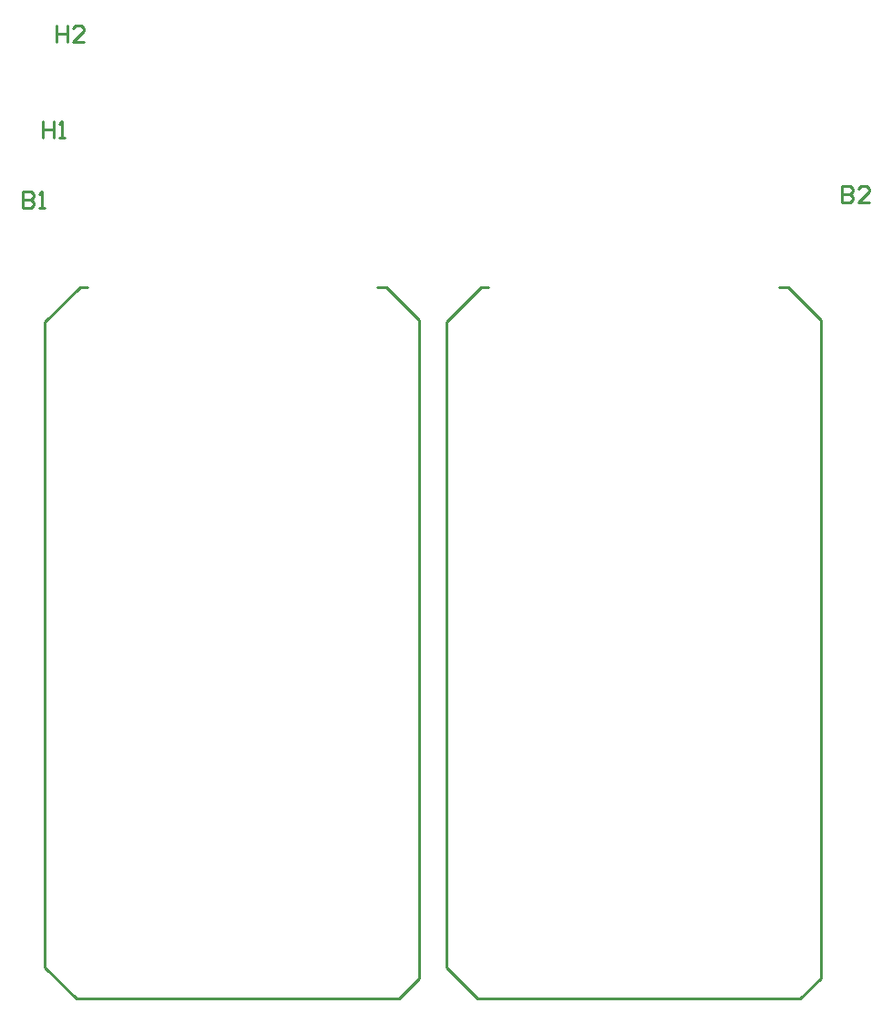
<source format=gto>
%FSLAX44Y44*%
%MOMM*%
G71*
G01*
G75*
%ADD10R,5.0000X1.5000*%
%ADD11R,3.0000X5.0000*%
%ADD12C,0.2540*%
%ADD13C,1.2700*%
%ADD14C,2.5400*%
%ADD15C,6.3500*%
%ADD16C,5.0800*%
%ADD17C,1.5000*%
%ADD18C,1.2700*%
%ADD19C,1.0160*%
%ADD20C,4.1910*%
%ADD21C,4.0160*%
%ADD22C,1.9160*%
G04:AMPARAMS|DCode=23|XSize=2.424mm|YSize=2.424mm|CornerRadius=0mm|HoleSize=0mm|Usage=FLASHONLY|Rotation=0.000|XOffset=0mm|YOffset=0mm|HoleType=Round|Shape=Relief|Width=0.254mm|Gap=0.254mm|Entries=4|*
%AMTHD23*
7,0,0,2.4240,1.9160,0.2540,45*
%
%ADD23THD23*%
G04:AMPARAMS|DCode=24|XSize=2.2352mm|YSize=2.2352mm|CornerRadius=0mm|HoleSize=0mm|Usage=FLASHONLY|Rotation=0.000|XOffset=0mm|YOffset=0mm|HoleType=Round|Shape=Relief|Width=0.254mm|Gap=0.254mm|Entries=4|*
%AMTHD24*
7,0,0,2.2352,1.7272,0.2540,45*
%
%ADD24THD24*%
%ADD25C,1.7272*%
D12*
X405380Y703280D02*
X413880D01*
X443880Y673280D01*
Y62030D02*
Y673280D01*
X425130Y43280D02*
X443880Y62030D01*
X125380Y43280D02*
X425130D01*
X96380Y72280D02*
X125380Y43280D01*
X96380Y72280D02*
Y671030D01*
X128630Y703280D01*
X135380D01*
X778480D02*
X786980D01*
X816980Y673280D01*
Y62030D02*
Y673280D01*
X798230Y43280D02*
X816980Y62030D01*
X498480Y43280D02*
X798230D01*
X469480Y72280D02*
X498480Y43280D01*
X469480Y72280D02*
Y671030D01*
X501730Y703280D01*
X508480D01*
X106680Y946145D02*
Y930910D01*
Y938528D01*
X116837D01*
Y946145D01*
Y930910D01*
X132072D02*
X121915D01*
X132072Y941067D01*
Y943606D01*
X129533Y946145D01*
X124454D01*
X121915Y943606D01*
X93980Y857245D02*
Y842010D01*
Y849628D01*
X104137D01*
Y857245D01*
Y842010D01*
X109215D02*
X114293D01*
X111754D01*
Y857245D01*
X109215Y854706D01*
X837220Y797575D02*
Y782340D01*
X844837D01*
X847377Y784879D01*
Y787418D01*
X844837Y789958D01*
X837220D01*
X844837D01*
X847377Y792497D01*
Y795036D01*
X844837Y797575D01*
X837220D01*
X862612Y782340D02*
X852455D01*
X862612Y792497D01*
Y795036D01*
X860073Y797575D01*
X854994D01*
X852455Y795036D01*
X75500Y792495D02*
Y777260D01*
X83118D01*
X85657Y779799D01*
Y782338D01*
X83118Y784877D01*
X75500D01*
X83118D01*
X85657Y787417D01*
Y789956D01*
X83118Y792495D01*
X75500D01*
X90735Y777260D02*
X95813D01*
X93274D01*
Y792495D01*
X90735Y789956D01*
M02*

</source>
